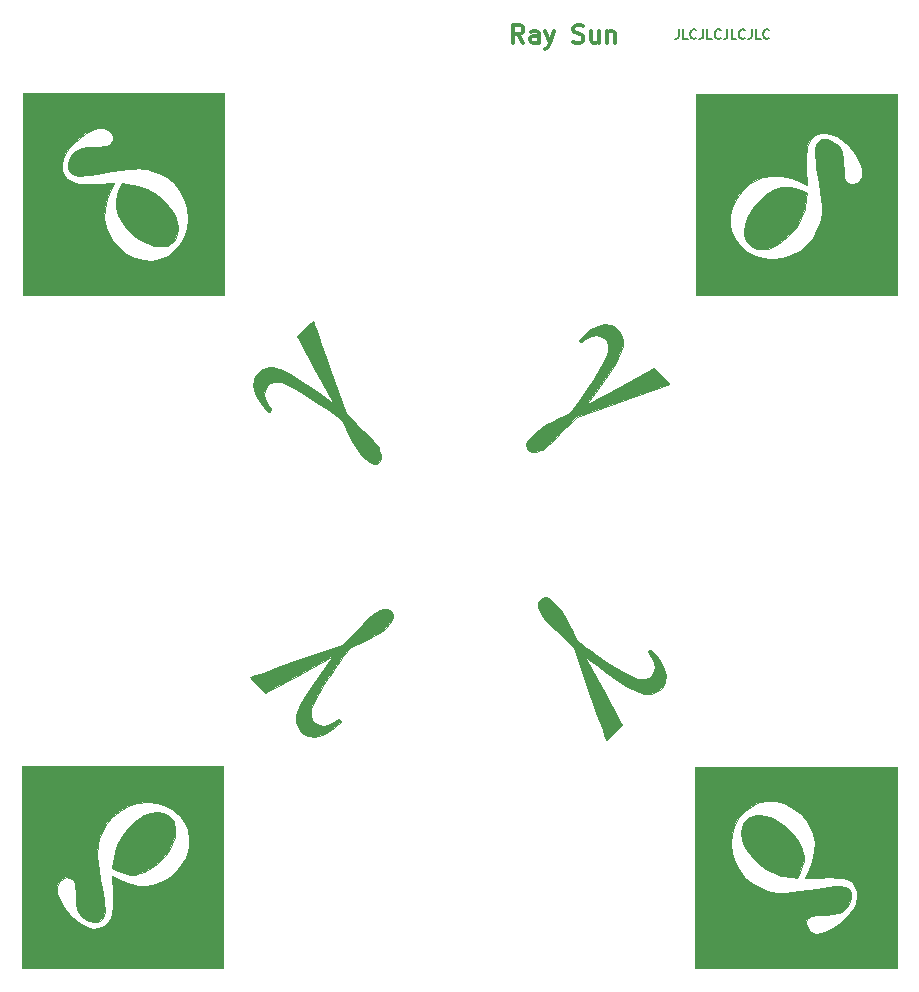
<source format=gto>
%MOIN*%
%OFA0B0*%
%FSLAX46Y46*%
%IPPOS*%
%LPD*%
%ADD10C,0.00039370078740157485*%
%ADD21C,0.00039370078740157485*%
%ADD22C,0.00039370078740157485*%
%ADD23C,0.00039370078740157485*%
%ADD24C,0.0078740157480314977*%
%ADD25C,0.011811023622047244*%
D10*
G36*
X0000861279Y0003124502D02*
G01*
X0000896358Y0003118366D01*
X0000927312Y0003107570D01*
X0000955231Y0003091606D01*
X0000981207Y0003069964D01*
X0000984020Y0003067188D01*
X0001004437Y0003043861D01*
X0001019182Y0003020707D01*
X0001028137Y0002998153D01*
X0001031184Y0002976626D01*
X0001028204Y0002956552D01*
X0001019404Y0002938816D01*
X0001014282Y0002932345D01*
X0001010519Y0002928845D01*
X0001005635Y0002925936D01*
X0000999385Y0002922023D01*
X0000991573Y0002919020D01*
X0000980113Y0002916801D01*
X0000971797Y0002916072D01*
X0000948936Y0002918267D01*
X0000925439Y0002926103D01*
X0000902233Y0002938741D01*
X0000880246Y0002955339D01*
X0000860406Y0002975058D01*
X0000843641Y0002997059D01*
X0000830878Y0003020502D01*
X0000823045Y0003044547D01*
X0000821776Y0003051893D01*
X0000821924Y0003068253D01*
X0000825813Y0003087218D01*
X0000832864Y0003106318D01*
X0000836036Y0003112698D01*
X0000843397Y0003126398D01*
X0000861279Y0003124502D01*
G37*
X0000861279Y0003124502D02*
X0000896358Y0003118366D01*
X0000927312Y0003107570D01*
X0000955231Y0003091606D01*
X0000981207Y0003069964D01*
X0000984020Y0003067188D01*
X0001004437Y0003043861D01*
X0001019182Y0003020707D01*
X0001028137Y0002998153D01*
X0001031184Y0002976626D01*
X0001028204Y0002956552D01*
X0001019404Y0002938816D01*
X0001014282Y0002932345D01*
X0001010519Y0002928845D01*
X0001005635Y0002925936D01*
X0000999385Y0002922023D01*
X0000991573Y0002919020D01*
X0000980113Y0002916801D01*
X0000971797Y0002916072D01*
X0000948936Y0002918267D01*
X0000925439Y0002926103D01*
X0000902233Y0002938741D01*
X0000880246Y0002955339D01*
X0000860406Y0002975058D01*
X0000843641Y0002997059D01*
X0000830878Y0003020502D01*
X0000823045Y0003044547D01*
X0000821776Y0003051893D01*
X0000821924Y0003068253D01*
X0000825813Y0003087218D01*
X0000832864Y0003106318D01*
X0000836036Y0003112698D01*
X0000843397Y0003126398D01*
X0000861279Y0003124502D01*
G36*
X0000847972Y0003427280D02*
G01*
X0001183847Y0003427268D01*
X0001183835Y0003091392D01*
X0001183823Y0002755517D01*
X0000847947Y0002755529D01*
X0000674081Y0002755535D01*
X0000831752Y0002913205D01*
X0000853168Y0002895548D01*
X0000876269Y0002881623D01*
X0000888150Y0002876454D01*
X0000915626Y0002869604D01*
X0000943182Y0002869025D01*
X0000969935Y0002874393D01*
X0000995001Y0002885381D01*
X0001017497Y0002901665D01*
X0001036541Y0002922919D01*
X0001043564Y0002933701D01*
X0001054073Y0002955493D01*
X0001060229Y0002978446D01*
X0001062539Y0003004640D01*
X0001062574Y0003011918D01*
X0001059155Y0003044002D01*
X0001049831Y0003074228D01*
X0001035138Y0003101825D01*
X0001015614Y0003126021D01*
X0000991793Y0003146044D01*
X0000964214Y0003161122D01*
X0000956898Y0003163990D01*
X0000942261Y0003168909D01*
X0000928337Y0003172546D01*
X0000914217Y0003174889D01*
X0000898988Y0003175924D01*
X0000881740Y0003175638D01*
X0000861562Y0003174018D01*
X0000837543Y0003171051D01*
X0000808772Y0003166724D01*
X0000776517Y0003161394D01*
X0000755944Y0003158084D01*
X0000736629Y0003155312D01*
X0000719930Y0003153245D01*
X0000707204Y0003152054D01*
X0000700240Y0003151872D01*
X0000683460Y0003155446D01*
X0000671466Y0003163201D01*
X0000664541Y0003174400D01*
X0000662970Y0003188307D01*
X0000667035Y0003204184D01*
X0000674738Y0003218107D01*
X0000684314Y0003229884D01*
X0000695181Y0003238218D01*
X0000708666Y0003243652D01*
X0000726094Y0003246727D01*
X0000747730Y0003247964D01*
X0000767470Y0003248624D01*
X0000781800Y0003249720D01*
X0000791970Y0003251507D01*
X0000799235Y0003254238D01*
X0000804845Y0003258166D01*
X0000806664Y0003259884D01*
X0000812237Y0003269543D01*
X0000812567Y0003280672D01*
X0000808413Y0003291850D01*
X0000800540Y0003301655D01*
X0000789708Y0003308665D01*
X0000779073Y0003311338D01*
X0000762142Y0003309892D01*
X0000743093Y0003303439D01*
X0000723024Y0003292810D01*
X0000703035Y0003278838D01*
X0000684222Y0003262355D01*
X0000667687Y0003244191D01*
X0000654526Y0003225180D01*
X0000648035Y0003212119D01*
X0000642365Y0003191101D01*
X0000642920Y0003171778D01*
X0000649379Y0003154804D01*
X0000661419Y0003140834D01*
X0000678720Y0003130520D01*
X0000690013Y0003126734D01*
X0000698434Y0003125513D01*
X0000712001Y0003124676D01*
X0000729199Y0003124270D01*
X0000748516Y0003124339D01*
X0000760764Y0003124636D01*
X0000816571Y0003126450D01*
X0000806426Y0003106482D01*
X0000792758Y0003073490D01*
X0000785563Y0003041221D01*
X0000784832Y0003009900D01*
X0000790553Y0002979753D01*
X0000802717Y0002951009D01*
X0000814330Y0002932830D01*
X0000831752Y0002913205D01*
X0000674081Y0002755535D01*
X0000512071Y0002755541D01*
X0000512083Y0003091417D01*
X0000512096Y0003427293D01*
X0000847972Y0003427280D01*
G37*
X0000847972Y0003427280D02*
X0001183847Y0003427268D01*
X0001183835Y0003091392D01*
X0001183823Y0002755517D01*
X0000847947Y0002755529D01*
X0000674081Y0002755535D01*
X0000831752Y0002913205D01*
X0000853168Y0002895548D01*
X0000876269Y0002881623D01*
X0000888150Y0002876454D01*
X0000915626Y0002869604D01*
X0000943182Y0002869025D01*
X0000969935Y0002874393D01*
X0000995001Y0002885381D01*
X0001017497Y0002901665D01*
X0001036541Y0002922919D01*
X0001043564Y0002933701D01*
X0001054073Y0002955493D01*
X0001060229Y0002978446D01*
X0001062539Y0003004640D01*
X0001062574Y0003011918D01*
X0001059155Y0003044002D01*
X0001049831Y0003074228D01*
X0001035138Y0003101825D01*
X0001015614Y0003126021D01*
X0000991793Y0003146044D01*
X0000964214Y0003161122D01*
X0000956898Y0003163990D01*
X0000942261Y0003168909D01*
X0000928337Y0003172546D01*
X0000914217Y0003174889D01*
X0000898988Y0003175924D01*
X0000881740Y0003175638D01*
X0000861562Y0003174018D01*
X0000837543Y0003171051D01*
X0000808772Y0003166724D01*
X0000776517Y0003161394D01*
X0000755944Y0003158084D01*
X0000736629Y0003155312D01*
X0000719930Y0003153245D01*
X0000707204Y0003152054D01*
X0000700240Y0003151872D01*
X0000683460Y0003155446D01*
X0000671466Y0003163201D01*
X0000664541Y0003174400D01*
X0000662970Y0003188307D01*
X0000667035Y0003204184D01*
X0000674738Y0003218107D01*
X0000684314Y0003229884D01*
X0000695181Y0003238218D01*
X0000708666Y0003243652D01*
X0000726094Y0003246727D01*
X0000747730Y0003247964D01*
X0000767470Y0003248624D01*
X0000781800Y0003249720D01*
X0000791970Y0003251507D01*
X0000799235Y0003254238D01*
X0000804845Y0003258166D01*
X0000806664Y0003259884D01*
X0000812237Y0003269543D01*
X0000812567Y0003280672D01*
X0000808413Y0003291850D01*
X0000800540Y0003301655D01*
X0000789708Y0003308665D01*
X0000779073Y0003311338D01*
X0000762142Y0003309892D01*
X0000743093Y0003303439D01*
X0000723024Y0003292810D01*
X0000703035Y0003278838D01*
X0000684222Y0003262355D01*
X0000667687Y0003244191D01*
X0000654526Y0003225180D01*
X0000648035Y0003212119D01*
X0000642365Y0003191101D01*
X0000642920Y0003171778D01*
X0000649379Y0003154804D01*
X0000661419Y0003140834D01*
X0000678720Y0003130520D01*
X0000690013Y0003126734D01*
X0000698434Y0003125513D01*
X0000712001Y0003124676D01*
X0000729199Y0003124270D01*
X0000748516Y0003124339D01*
X0000760764Y0003124636D01*
X0000816571Y0003126450D01*
X0000806426Y0003106482D01*
X0000792758Y0003073490D01*
X0000785563Y0003041221D01*
X0000784832Y0003009900D01*
X0000790553Y0002979753D01*
X0000802717Y0002951009D01*
X0000814330Y0002932830D01*
X0000831752Y0002913205D01*
X0000674081Y0002755535D01*
X0000512071Y0002755541D01*
X0000512083Y0003091417D01*
X0000512096Y0003427293D01*
X0000847972Y0003427280D01*
G36*
X0001313589Y0002507172D02*
G01*
X0001331550Y0002512730D01*
X0001350943Y0002512799D01*
X0001353417Y0002512386D01*
X0001370908Y0002507100D01*
X0001392898Y0002496946D01*
X0001419351Y0002481945D01*
X0001450234Y0002462117D01*
X0001485512Y0002437482D01*
X0001508449Y0002420644D01*
X0001550035Y0002389630D01*
X0001488142Y0002502868D01*
X0001426250Y0002616106D01*
X0001453028Y0002642885D01*
X0001464600Y0002654352D01*
X0001472370Y0002661646D01*
X0001477182Y0002665370D01*
X0001479886Y0002666127D01*
X0001481326Y0002664521D01*
X0001481740Y0002663347D01*
X0001483216Y0002658999D01*
X0001486690Y0002649016D01*
X0001491933Y0002634045D01*
X0001498716Y0002614734D01*
X0001506813Y0002591732D01*
X0001515995Y0002565687D01*
X0001526034Y0002537248D01*
X0001536010Y0002509020D01*
X0001588347Y0002361011D01*
X0001641181Y0002307778D01*
X0001658921Y0002289805D01*
X0001672537Y0002275733D01*
X0001682678Y0002264811D01*
X0001689998Y0002256290D01*
X0001695148Y0002249420D01*
X0001698779Y0002243451D01*
X0001700924Y0002239055D01*
X0001706289Y0002222345D01*
X0001705915Y0002208797D01*
X0001699738Y0002198071D01*
X0001691878Y0002192032D01*
X0001682887Y0002190440D01*
X0001671688Y0002194218D01*
X0001658997Y0002202747D01*
X0001645530Y0002215406D01*
X0001632006Y0002231575D01*
X0001619141Y0002250634D01*
X0001614176Y0002259227D01*
X0001605926Y0002275007D01*
X0001597588Y0002292262D01*
X0001590748Y0002307685D01*
X0001589777Y0002310065D01*
X0001586688Y0002317749D01*
X0001583825Y0002324121D01*
X0001580545Y0002329755D01*
X0001576204Y0002335222D01*
X0001570159Y0002341094D01*
X0001561767Y0002347942D01*
X0001550386Y0002356339D01*
X0001535371Y0002366856D01*
X0001516080Y0002380066D01*
X0001494683Y0002394626D01*
X0001462848Y0002415715D01*
X0001434508Y0002433310D01*
X0001410012Y0002447219D01*
X0001389708Y0002457249D01*
X0001373944Y0002463208D01*
X0001368276Y0002464535D01*
X0001351757Y0002464475D01*
X0001337425Y0002459168D01*
X0001326230Y0002449651D01*
X0001319121Y0002436958D01*
X0001317049Y0002422126D01*
X0001319126Y0002410958D01*
X0001324021Y0002399591D01*
X0001330878Y0002387724D01*
X0001332929Y0002384789D01*
X0001338453Y0002376425D01*
X0001339841Y0002371127D01*
X0001337620Y0002367199D01*
X0001334996Y0002365177D01*
X0001332147Y0002365386D01*
X0001327968Y0002368596D01*
X0001321351Y0002375575D01*
X0001314661Y0002383130D01*
X0001296994Y0002406433D01*
X0001285795Y0002428692D01*
X0001281081Y0002449836D01*
X0001282873Y0002469795D01*
X0001287570Y0002482167D01*
X0001298462Y0002496770D01*
X0001313589Y0002507172D01*
G37*
X0001313589Y0002507172D02*
X0001331550Y0002512730D01*
X0001350943Y0002512799D01*
X0001353417Y0002512386D01*
X0001370908Y0002507100D01*
X0001392898Y0002496946D01*
X0001419351Y0002481945D01*
X0001450234Y0002462117D01*
X0001485512Y0002437482D01*
X0001508449Y0002420644D01*
X0001550035Y0002389630D01*
X0001488142Y0002502868D01*
X0001426250Y0002616106D01*
X0001453028Y0002642885D01*
X0001464600Y0002654352D01*
X0001472370Y0002661646D01*
X0001477182Y0002665370D01*
X0001479886Y0002666127D01*
X0001481326Y0002664521D01*
X0001481740Y0002663347D01*
X0001483216Y0002658999D01*
X0001486690Y0002649016D01*
X0001491933Y0002634045D01*
X0001498716Y0002614734D01*
X0001506813Y0002591732D01*
X0001515995Y0002565687D01*
X0001526034Y0002537248D01*
X0001536010Y0002509020D01*
X0001588347Y0002361011D01*
X0001641181Y0002307778D01*
X0001658921Y0002289805D01*
X0001672537Y0002275733D01*
X0001682678Y0002264811D01*
X0001689998Y0002256290D01*
X0001695148Y0002249420D01*
X0001698779Y0002243451D01*
X0001700924Y0002239055D01*
X0001706289Y0002222345D01*
X0001705915Y0002208797D01*
X0001699738Y0002198071D01*
X0001691878Y0002192032D01*
X0001682887Y0002190440D01*
X0001671688Y0002194218D01*
X0001658997Y0002202747D01*
X0001645530Y0002215406D01*
X0001632006Y0002231575D01*
X0001619141Y0002250634D01*
X0001614176Y0002259227D01*
X0001605926Y0002275007D01*
X0001597588Y0002292262D01*
X0001590748Y0002307685D01*
X0001589777Y0002310065D01*
X0001586688Y0002317749D01*
X0001583825Y0002324121D01*
X0001580545Y0002329755D01*
X0001576204Y0002335222D01*
X0001570159Y0002341094D01*
X0001561767Y0002347942D01*
X0001550386Y0002356339D01*
X0001535371Y0002366856D01*
X0001516080Y0002380066D01*
X0001494683Y0002394626D01*
X0001462848Y0002415715D01*
X0001434508Y0002433310D01*
X0001410012Y0002447219D01*
X0001389708Y0002457249D01*
X0001373944Y0002463208D01*
X0001368276Y0002464535D01*
X0001351757Y0002464475D01*
X0001337425Y0002459168D01*
X0001326230Y0002449651D01*
X0001319121Y0002436958D01*
X0001317049Y0002422126D01*
X0001319126Y0002410958D01*
X0001324021Y0002399591D01*
X0001330878Y0002387724D01*
X0001332929Y0002384789D01*
X0001338453Y0002376425D01*
X0001339841Y0002371127D01*
X0001337620Y0002367199D01*
X0001334996Y0002365177D01*
X0001332147Y0002365386D01*
X0001327968Y0002368596D01*
X0001321351Y0002375575D01*
X0001314661Y0002383130D01*
X0001296994Y0002406433D01*
X0001285795Y0002428692D01*
X0001281081Y0002449836D01*
X0001282873Y0002469795D01*
X0001287570Y0002482167D01*
X0001298462Y0002496770D01*
X0001313589Y0002507172D01*
G04 next file*
G04 #@! TF.GenerationSoftware,KiCad,Pcbnew,(5.1.5)-3*
G04 #@! TF.CreationDate,2019-12-21T12:13:31-08:00*
G04 #@! TF.ProjectId,mole-diamond-keychain,6d6f6c65-2d64-4696-916d-6f6e642d6b65,A*
G04 #@! TF.SameCoordinates,Original*
G04 #@! TF.FileFunction,Legend,Top*
G04 #@! TF.FilePolarity,Positive*
G04 Gerber Fmt 4.6, Leading zero omitted, Abs format (unit mm)*
G04 Created by KiCad (PCBNEW (5.1.5)-3) date 2019-12-21 12:13:31*
G04 APERTURE LIST*
G04 APERTURE END LIST*
D21*
G36*
X0000812505Y0000861279D02*
G01*
X0000818641Y0000896358D01*
X0000829436Y0000927312D01*
X0000845400Y0000955231D01*
X0000867043Y0000981207D01*
X0000869819Y0000984020D01*
X0000893145Y0001004437D01*
X0000916299Y0001019182D01*
X0000938854Y0001028137D01*
X0000960381Y0001031184D01*
X0000980454Y0001028204D01*
X0000998191Y0001019404D01*
X0001004662Y0001014282D01*
X0001008162Y0001010519D01*
X0001011071Y0001005635D01*
X0001014984Y0000999385D01*
X0001017987Y0000991573D01*
X0001020206Y0000980113D01*
X0001020935Y0000971797D01*
X0001018739Y0000948936D01*
X0001010903Y0000925439D01*
X0000998266Y0000902233D01*
X0000981668Y0000880246D01*
X0000961948Y0000860406D01*
X0000939947Y0000843641D01*
X0000916505Y0000830878D01*
X0000892460Y0000823045D01*
X0000885114Y0000821776D01*
X0000868754Y0000821924D01*
X0000849789Y0000825813D01*
X0000830689Y0000832864D01*
X0000824309Y0000836036D01*
X0000810609Y0000843397D01*
X0000812505Y0000861279D01*
G37*
X0000812505Y0000861279D02*
X0000818641Y0000896358D01*
X0000829436Y0000927312D01*
X0000845400Y0000955231D01*
X0000867043Y0000981207D01*
X0000869819Y0000984020D01*
X0000893145Y0001004437D01*
X0000916299Y0001019182D01*
X0000938854Y0001028137D01*
X0000960381Y0001031184D01*
X0000980454Y0001028204D01*
X0000998191Y0001019404D01*
X0001004662Y0001014282D01*
X0001008162Y0001010519D01*
X0001011071Y0001005635D01*
X0001014984Y0000999385D01*
X0001017987Y0000991573D01*
X0001020206Y0000980113D01*
X0001020935Y0000971797D01*
X0001018739Y0000948936D01*
X0001010903Y0000925439D01*
X0000998266Y0000902233D01*
X0000981668Y0000880246D01*
X0000961948Y0000860406D01*
X0000939947Y0000843641D01*
X0000916505Y0000830878D01*
X0000892460Y0000823045D01*
X0000885114Y0000821776D01*
X0000868754Y0000821924D01*
X0000849789Y0000825813D01*
X0000830689Y0000832864D01*
X0000824309Y0000836036D01*
X0000810609Y0000843397D01*
X0000812505Y0000861279D01*
G36*
X0000509726Y0000847972D02*
G01*
X0000509739Y0001183847D01*
X0000845615Y0001183835D01*
X0001181490Y0001183823D01*
X0001181478Y0000847947D01*
X0001181472Y0000674081D01*
X0001023802Y0000831752D01*
X0001041459Y0000853168D01*
X0001055384Y0000876269D01*
X0001060553Y0000888150D01*
X0001067403Y0000915626D01*
X0001067982Y0000943182D01*
X0001062614Y0000969935D01*
X0001051626Y0000995001D01*
X0001035342Y0001017497D01*
X0001014088Y0001036541D01*
X0001003306Y0001043564D01*
X0000981514Y0001054073D01*
X0000958561Y0001060229D01*
X0000932367Y0001062539D01*
X0000925089Y0001062574D01*
X0000893005Y0001059155D01*
X0000862778Y0001049831D01*
X0000835181Y0001035138D01*
X0000810986Y0001015614D01*
X0000790963Y0000991793D01*
X0000775885Y0000964214D01*
X0000773017Y0000956898D01*
X0000768098Y0000942261D01*
X0000764460Y0000928337D01*
X0000762118Y0000914217D01*
X0000761083Y0000898988D01*
X0000761369Y0000881740D01*
X0000762989Y0000861562D01*
X0000765956Y0000837543D01*
X0000770283Y0000808772D01*
X0000775613Y0000776517D01*
X0000778922Y0000755944D01*
X0000781695Y0000736629D01*
X0000783762Y0000719930D01*
X0000784953Y0000707204D01*
X0000785135Y0000700240D01*
X0000781560Y0000683460D01*
X0000773805Y0000671466D01*
X0000762607Y0000664541D01*
X0000748700Y0000662970D01*
X0000732823Y0000667035D01*
X0000718900Y0000674738D01*
X0000707123Y0000684314D01*
X0000698789Y0000695181D01*
X0000693355Y0000708666D01*
X0000690279Y0000726094D01*
X0000689042Y0000747730D01*
X0000688383Y0000767470D01*
X0000687286Y0000781800D01*
X0000685499Y0000791970D01*
X0000682769Y0000799235D01*
X0000678841Y0000804845D01*
X0000677123Y0000806664D01*
X0000667464Y0000812237D01*
X0000656335Y0000812567D01*
X0000645157Y0000808413D01*
X0000635352Y0000800540D01*
X0000628342Y0000789708D01*
X0000625669Y0000779073D01*
X0000627115Y0000762142D01*
X0000633568Y0000743093D01*
X0000644197Y0000723024D01*
X0000658169Y0000703035D01*
X0000674652Y0000684222D01*
X0000692816Y0000667687D01*
X0000711827Y0000654526D01*
X0000724888Y0000648035D01*
X0000745906Y0000642365D01*
X0000765229Y0000642920D01*
X0000782203Y0000649379D01*
X0000796173Y0000661419D01*
X0000806487Y0000678720D01*
X0000810273Y0000690013D01*
X0000811494Y0000698434D01*
X0000812331Y0000712001D01*
X0000812737Y0000729199D01*
X0000812668Y0000748516D01*
X0000812371Y0000760764D01*
X0000810557Y0000816571D01*
X0000830525Y0000806426D01*
X0000863516Y0000792758D01*
X0000895786Y0000785563D01*
X0000927107Y0000784832D01*
X0000957254Y0000790553D01*
X0000985998Y0000802717D01*
X0001004177Y0000814330D01*
X0001023802Y0000831752D01*
X0001181472Y0000674081D01*
X0001181466Y0000512071D01*
X0000845590Y0000512083D01*
X0000509714Y0000512096D01*
X0000509726Y0000847972D01*
G37*
X0000509726Y0000847972D02*
X0000509739Y0001183847D01*
X0000845615Y0001183835D01*
X0001181490Y0001183823D01*
X0001181478Y0000847947D01*
X0001181472Y0000674081D01*
X0001023802Y0000831752D01*
X0001041459Y0000853168D01*
X0001055384Y0000876269D01*
X0001060553Y0000888150D01*
X0001067403Y0000915626D01*
X0001067982Y0000943182D01*
X0001062614Y0000969935D01*
X0001051626Y0000995001D01*
X0001035342Y0001017497D01*
X0001014088Y0001036541D01*
X0001003306Y0001043564D01*
X0000981514Y0001054073D01*
X0000958561Y0001060229D01*
X0000932367Y0001062539D01*
X0000925089Y0001062574D01*
X0000893005Y0001059155D01*
X0000862778Y0001049831D01*
X0000835181Y0001035138D01*
X0000810986Y0001015614D01*
X0000790963Y0000991793D01*
X0000775885Y0000964214D01*
X0000773017Y0000956898D01*
X0000768098Y0000942261D01*
X0000764460Y0000928337D01*
X0000762118Y0000914217D01*
X0000761083Y0000898988D01*
X0000761369Y0000881740D01*
X0000762989Y0000861562D01*
X0000765956Y0000837543D01*
X0000770283Y0000808772D01*
X0000775613Y0000776517D01*
X0000778922Y0000755944D01*
X0000781695Y0000736629D01*
X0000783762Y0000719930D01*
X0000784953Y0000707204D01*
X0000785135Y0000700240D01*
X0000781560Y0000683460D01*
X0000773805Y0000671466D01*
X0000762607Y0000664541D01*
X0000748700Y0000662970D01*
X0000732823Y0000667035D01*
X0000718900Y0000674738D01*
X0000707123Y0000684314D01*
X0000698789Y0000695181D01*
X0000693355Y0000708666D01*
X0000690279Y0000726094D01*
X0000689042Y0000747730D01*
X0000688383Y0000767470D01*
X0000687286Y0000781800D01*
X0000685499Y0000791970D01*
X0000682769Y0000799235D01*
X0000678841Y0000804845D01*
X0000677123Y0000806664D01*
X0000667464Y0000812237D01*
X0000656335Y0000812567D01*
X0000645157Y0000808413D01*
X0000635352Y0000800540D01*
X0000628342Y0000789708D01*
X0000625669Y0000779073D01*
X0000627115Y0000762142D01*
X0000633568Y0000743093D01*
X0000644197Y0000723024D01*
X0000658169Y0000703035D01*
X0000674652Y0000684222D01*
X0000692816Y0000667687D01*
X0000711827Y0000654526D01*
X0000724888Y0000648035D01*
X0000745906Y0000642365D01*
X0000765229Y0000642920D01*
X0000782203Y0000649379D01*
X0000796173Y0000661419D01*
X0000806487Y0000678720D01*
X0000810273Y0000690013D01*
X0000811494Y0000698434D01*
X0000812331Y0000712001D01*
X0000812737Y0000729199D01*
X0000812668Y0000748516D01*
X0000812371Y0000760764D01*
X0000810557Y0000816571D01*
X0000830525Y0000806426D01*
X0000863516Y0000792758D01*
X0000895786Y0000785563D01*
X0000927107Y0000784832D01*
X0000957254Y0000790553D01*
X0000985998Y0000802717D01*
X0001004177Y0000814330D01*
X0001023802Y0000831752D01*
X0001181472Y0000674081D01*
X0001181466Y0000512071D01*
X0000845590Y0000512083D01*
X0000509714Y0000512096D01*
X0000509726Y0000847972D01*
G36*
X0001429834Y0001313589D02*
G01*
X0001424277Y0001331550D01*
X0001424208Y0001350943D01*
X0001424621Y0001353417D01*
X0001429907Y0001370908D01*
X0001440060Y0001392898D01*
X0001455062Y0001419351D01*
X0001474890Y0001450234D01*
X0001499525Y0001485512D01*
X0001516362Y0001508449D01*
X0001547377Y0001550035D01*
X0001434139Y0001488142D01*
X0001320901Y0001426250D01*
X0001294122Y0001453028D01*
X0001282654Y0001464600D01*
X0001275360Y0001472370D01*
X0001271637Y0001477182D01*
X0001270880Y0001479886D01*
X0001272486Y0001481326D01*
X0001273660Y0001481740D01*
X0001278007Y0001483216D01*
X0001287991Y0001486690D01*
X0001302962Y0001491933D01*
X0001322273Y0001498716D01*
X0001345275Y0001506813D01*
X0001371319Y0001515995D01*
X0001399759Y0001526034D01*
X0001427986Y0001536010D01*
X0001575996Y0001588347D01*
X0001629229Y0001641181D01*
X0001647201Y0001658921D01*
X0001661274Y0001672537D01*
X0001672195Y0001682678D01*
X0001680717Y0001689998D01*
X0001687587Y0001695148D01*
X0001693556Y0001698779D01*
X0001697952Y0001700924D01*
X0001714662Y0001706289D01*
X0001728210Y0001705915D01*
X0001738936Y0001699738D01*
X0001744975Y0001691878D01*
X0001746567Y0001682887D01*
X0001742788Y0001671688D01*
X0001734260Y0001658997D01*
X0001721601Y0001645530D01*
X0001705432Y0001632006D01*
X0001686372Y0001619141D01*
X0001677780Y0001614176D01*
X0001662000Y0001605926D01*
X0001644745Y0001597588D01*
X0001629322Y0001590748D01*
X0001626942Y0001589777D01*
X0001619258Y0001586688D01*
X0001612885Y0001583825D01*
X0001607252Y0001580545D01*
X0001601785Y0001576204D01*
X0001595913Y0001570159D01*
X0001589065Y0001561767D01*
X0001580668Y0001550386D01*
X0001570150Y0001535371D01*
X0001556941Y0001516080D01*
X0001542381Y0001494683D01*
X0001521292Y0001462848D01*
X0001503697Y0001434508D01*
X0001489788Y0001410012D01*
X0001479758Y0001389708D01*
X0001473799Y0001373944D01*
X0001472472Y0001368276D01*
X0001472532Y0001351757D01*
X0001477838Y0001337425D01*
X0001487356Y0001326230D01*
X0001500049Y0001319121D01*
X0001514881Y0001317049D01*
X0001526049Y0001319126D01*
X0001537416Y0001324021D01*
X0001549282Y0001330878D01*
X0001552218Y0001332929D01*
X0001560582Y0001338453D01*
X0001565879Y0001339841D01*
X0001569808Y0001337620D01*
X0001571830Y0001334996D01*
X0001571620Y0001332147D01*
X0001568410Y0001327968D01*
X0001561432Y0001321351D01*
X0001553877Y0001314661D01*
X0001530574Y0001296994D01*
X0001508315Y0001285795D01*
X0001487171Y0001281081D01*
X0001467212Y0001282873D01*
X0001454840Y0001287570D01*
X0001440236Y0001298462D01*
X0001429834Y0001313589D01*
G37*
X0001429834Y0001313589D02*
X0001424277Y0001331550D01*
X0001424208Y0001350943D01*
X0001424621Y0001353417D01*
X0001429907Y0001370908D01*
X0001440060Y0001392898D01*
X0001455062Y0001419351D01*
X0001474890Y0001450234D01*
X0001499525Y0001485512D01*
X0001516362Y0001508449D01*
X0001547377Y0001550035D01*
X0001434139Y0001488142D01*
X0001320901Y0001426250D01*
X0001294122Y0001453028D01*
X0001282654Y0001464600D01*
X0001275360Y0001472370D01*
X0001271637Y0001477182D01*
X0001270880Y0001479886D01*
X0001272486Y0001481326D01*
X0001273660Y0001481740D01*
X0001278007Y0001483216D01*
X0001287991Y0001486690D01*
X0001302962Y0001491933D01*
X0001322273Y0001498716D01*
X0001345275Y0001506813D01*
X0001371319Y0001515995D01*
X0001399759Y0001526034D01*
X0001427986Y0001536010D01*
X0001575996Y0001588347D01*
X0001629229Y0001641181D01*
X0001647201Y0001658921D01*
X0001661274Y0001672537D01*
X0001672195Y0001682678D01*
X0001680717Y0001689998D01*
X0001687587Y0001695148D01*
X0001693556Y0001698779D01*
X0001697952Y0001700924D01*
X0001714662Y0001706289D01*
X0001728210Y0001705915D01*
X0001738936Y0001699738D01*
X0001744975Y0001691878D01*
X0001746567Y0001682887D01*
X0001742788Y0001671688D01*
X0001734260Y0001658997D01*
X0001721601Y0001645530D01*
X0001705432Y0001632006D01*
X0001686372Y0001619141D01*
X0001677780Y0001614176D01*
X0001662000Y0001605926D01*
X0001644745Y0001597588D01*
X0001629322Y0001590748D01*
X0001626942Y0001589777D01*
X0001619258Y0001586688D01*
X0001612885Y0001583825D01*
X0001607252Y0001580545D01*
X0001601785Y0001576204D01*
X0001595913Y0001570159D01*
X0001589065Y0001561767D01*
X0001580668Y0001550386D01*
X0001570150Y0001535371D01*
X0001556941Y0001516080D01*
X0001542381Y0001494683D01*
X0001521292Y0001462848D01*
X0001503697Y0001434508D01*
X0001489788Y0001410012D01*
X0001479758Y0001389708D01*
X0001473799Y0001373944D01*
X0001472472Y0001368276D01*
X0001472532Y0001351757D01*
X0001477838Y0001337425D01*
X0001487356Y0001326230D01*
X0001500049Y0001319121D01*
X0001514881Y0001317049D01*
X0001526049Y0001319126D01*
X0001537416Y0001324021D01*
X0001549282Y0001330878D01*
X0001552218Y0001332929D01*
X0001560582Y0001338453D01*
X0001565879Y0001339841D01*
X0001569808Y0001337620D01*
X0001571830Y0001334996D01*
X0001571620Y0001332147D01*
X0001568410Y0001327968D01*
X0001561432Y0001321351D01*
X0001553877Y0001314661D01*
X0001530574Y0001296994D01*
X0001508315Y0001285795D01*
X0001487171Y0001281081D01*
X0001467212Y0001282873D01*
X0001454840Y0001287570D01*
X0001440236Y0001298462D01*
X0001429834Y0001313589D01*
G04 next file*
G04 #@! TF.GenerationSoftware,KiCad,Pcbnew,(5.1.5)-3*
G04 #@! TF.CreationDate,2019-12-21T12:13:31-08:00*
G04 #@! TF.ProjectId,mole-diamond-keychain,6d6f6c65-2d64-4696-916d-6f6e642d6b65,A*
G04 #@! TF.SameCoordinates,Original*
G04 #@! TF.FileFunction,Legend,Top*
G04 #@! TF.FilePolarity,Positive*
G04 Gerber Fmt 4.6, Leading zero omitted, Abs format (unit mm)*
G04 Created by KiCad (PCBNEW (5.1.5)-3) date 2019-12-21 12:13:31*
G04 APERTURE LIST*
G04 APERTURE END LIST*
D22*
G36*
X0003075728Y0000812505D02*
G01*
X0003040648Y0000818641D01*
X0003009695Y0000829436D01*
X0002981776Y0000845400D01*
X0002955799Y0000867043D01*
X0002952987Y0000869819D01*
X0002932569Y0000893145D01*
X0002917825Y0000916299D01*
X0002908870Y0000938854D01*
X0002905823Y0000960381D01*
X0002908803Y0000980454D01*
X0002917603Y0000998191D01*
X0002922724Y0001004662D01*
X0002926488Y0001008162D01*
X0002931372Y0001011071D01*
X0002937622Y0001014984D01*
X0002945434Y0001017987D01*
X0002956894Y0001020206D01*
X0002965210Y0001020935D01*
X0002988071Y0001018739D01*
X0003011568Y0001010903D01*
X0003034774Y0000998266D01*
X0003056761Y0000981668D01*
X0003076600Y0000961948D01*
X0003093366Y0000939947D01*
X0003106129Y0000916505D01*
X0003113962Y0000892460D01*
X0003115231Y0000885114D01*
X0003115083Y0000868754D01*
X0003111194Y0000849789D01*
X0003104143Y0000830689D01*
X0003100971Y0000824309D01*
X0003093610Y0000810609D01*
X0003075728Y0000812505D01*
G37*
X0003075728Y0000812505D02*
X0003040648Y0000818641D01*
X0003009695Y0000829436D01*
X0002981776Y0000845400D01*
X0002955799Y0000867043D01*
X0002952987Y0000869819D01*
X0002932569Y0000893145D01*
X0002917825Y0000916299D01*
X0002908870Y0000938854D01*
X0002905823Y0000960381D01*
X0002908803Y0000980454D01*
X0002917603Y0000998191D01*
X0002922724Y0001004662D01*
X0002926488Y0001008162D01*
X0002931372Y0001011071D01*
X0002937622Y0001014984D01*
X0002945434Y0001017987D01*
X0002956894Y0001020206D01*
X0002965210Y0001020935D01*
X0002988071Y0001018739D01*
X0003011568Y0001010903D01*
X0003034774Y0000998266D01*
X0003056761Y0000981668D01*
X0003076600Y0000961948D01*
X0003093366Y0000939947D01*
X0003106129Y0000916505D01*
X0003113962Y0000892460D01*
X0003115231Y0000885114D01*
X0003115083Y0000868754D01*
X0003111194Y0000849789D01*
X0003104143Y0000830689D01*
X0003100971Y0000824309D01*
X0003093610Y0000810609D01*
X0003075728Y0000812505D01*
G36*
X0003089035Y0000509726D02*
G01*
X0002753160Y0000509739D01*
X0002753172Y0000845615D01*
X0002753184Y0001181490D01*
X0003089060Y0001181478D01*
X0003262925Y0001181472D01*
X0003105255Y0001023802D01*
X0003083839Y0001041459D01*
X0003060738Y0001055384D01*
X0003048857Y0001060553D01*
X0003021381Y0001067403D01*
X0002993825Y0001067982D01*
X0002967072Y0001062614D01*
X0002942006Y0001051626D01*
X0002919510Y0001035342D01*
X0002900466Y0001014088D01*
X0002893443Y0001003306D01*
X0002882934Y0000981514D01*
X0002876778Y0000958561D01*
X0002874468Y0000932367D01*
X0002874433Y0000925089D01*
X0002877852Y0000893005D01*
X0002887176Y0000862778D01*
X0002901869Y0000835181D01*
X0002921393Y0000810986D01*
X0002945213Y0000790963D01*
X0002972793Y0000775885D01*
X0002980109Y0000773017D01*
X0002994746Y0000768098D01*
X0003008670Y0000764460D01*
X0003022790Y0000762118D01*
X0003038019Y0000761083D01*
X0003055266Y0000761369D01*
X0003075444Y0000762989D01*
X0003099463Y0000765956D01*
X0003128235Y0000770283D01*
X0003160490Y0000775613D01*
X0003181063Y0000778922D01*
X0003200378Y0000781695D01*
X0003217076Y0000783762D01*
X0003229803Y0000784953D01*
X0003236766Y0000785135D01*
X0003253547Y0000781560D01*
X0003265541Y0000773805D01*
X0003272465Y0000762607D01*
X0003274037Y0000748700D01*
X0003269972Y0000732823D01*
X0003262269Y0000718900D01*
X0003252693Y0000707123D01*
X0003241826Y0000698789D01*
X0003228341Y0000693355D01*
X0003210913Y0000690279D01*
X0003189277Y0000689042D01*
X0003169536Y0000688383D01*
X0003155207Y0000687286D01*
X0003145037Y0000685499D01*
X0003137772Y0000682769D01*
X0003132162Y0000678841D01*
X0003130343Y0000677123D01*
X0003124769Y0000667464D01*
X0003124440Y0000656335D01*
X0003128594Y0000645157D01*
X0003136467Y0000635352D01*
X0003147299Y0000628342D01*
X0003157934Y0000625669D01*
X0003174865Y0000627115D01*
X0003193914Y0000633568D01*
X0003213983Y0000644197D01*
X0003233972Y0000658169D01*
X0003252784Y0000674652D01*
X0003269320Y0000692816D01*
X0003282481Y0000711827D01*
X0003288972Y0000724888D01*
X0003294642Y0000745906D01*
X0003294087Y0000765229D01*
X0003287628Y0000782203D01*
X0003275588Y0000796173D01*
X0003258287Y0000806487D01*
X0003246994Y0000810273D01*
X0003238573Y0000811494D01*
X0003225006Y0000812331D01*
X0003207808Y0000812737D01*
X0003188491Y0000812668D01*
X0003176243Y0000812371D01*
X0003120436Y0000810557D01*
X0003130581Y0000830525D01*
X0003144249Y0000863516D01*
X0003151443Y0000895786D01*
X0003152175Y0000927107D01*
X0003146454Y0000957254D01*
X0003134290Y0000985998D01*
X0003122676Y0001004177D01*
X0003105255Y0001023802D01*
X0003262925Y0001181472D01*
X0003424936Y0001181466D01*
X0003424923Y0000845590D01*
X0003424911Y0000509714D01*
X0003089035Y0000509726D01*
G37*
X0003089035Y0000509726D02*
X0002753160Y0000509739D01*
X0002753172Y0000845615D01*
X0002753184Y0001181490D01*
X0003089060Y0001181478D01*
X0003262925Y0001181472D01*
X0003105255Y0001023802D01*
X0003083839Y0001041459D01*
X0003060738Y0001055384D01*
X0003048857Y0001060553D01*
X0003021381Y0001067403D01*
X0002993825Y0001067982D01*
X0002967072Y0001062614D01*
X0002942006Y0001051626D01*
X0002919510Y0001035342D01*
X0002900466Y0001014088D01*
X0002893443Y0001003306D01*
X0002882934Y0000981514D01*
X0002876778Y0000958561D01*
X0002874468Y0000932367D01*
X0002874433Y0000925089D01*
X0002877852Y0000893005D01*
X0002887176Y0000862778D01*
X0002901869Y0000835181D01*
X0002921393Y0000810986D01*
X0002945213Y0000790963D01*
X0002972793Y0000775885D01*
X0002980109Y0000773017D01*
X0002994746Y0000768098D01*
X0003008670Y0000764460D01*
X0003022790Y0000762118D01*
X0003038019Y0000761083D01*
X0003055266Y0000761369D01*
X0003075444Y0000762989D01*
X0003099463Y0000765956D01*
X0003128235Y0000770283D01*
X0003160490Y0000775613D01*
X0003181063Y0000778922D01*
X0003200378Y0000781695D01*
X0003217076Y0000783762D01*
X0003229803Y0000784953D01*
X0003236766Y0000785135D01*
X0003253547Y0000781560D01*
X0003265541Y0000773805D01*
X0003272465Y0000762607D01*
X0003274037Y0000748700D01*
X0003269972Y0000732823D01*
X0003262269Y0000718900D01*
X0003252693Y0000707123D01*
X0003241826Y0000698789D01*
X0003228341Y0000693355D01*
X0003210913Y0000690279D01*
X0003189277Y0000689042D01*
X0003169536Y0000688383D01*
X0003155207Y0000687286D01*
X0003145037Y0000685499D01*
X0003137772Y0000682769D01*
X0003132162Y0000678841D01*
X0003130343Y0000677123D01*
X0003124769Y0000667464D01*
X0003124440Y0000656335D01*
X0003128594Y0000645157D01*
X0003136467Y0000635352D01*
X0003147299Y0000628342D01*
X0003157934Y0000625669D01*
X0003174865Y0000627115D01*
X0003193914Y0000633568D01*
X0003213983Y0000644197D01*
X0003233972Y0000658169D01*
X0003252784Y0000674652D01*
X0003269320Y0000692816D01*
X0003282481Y0000711827D01*
X0003288972Y0000724888D01*
X0003294642Y0000745906D01*
X0003294087Y0000765229D01*
X0003287628Y0000782203D01*
X0003275588Y0000796173D01*
X0003258287Y0000806487D01*
X0003246994Y0000810273D01*
X0003238573Y0000811494D01*
X0003225006Y0000812331D01*
X0003207808Y0000812737D01*
X0003188491Y0000812668D01*
X0003176243Y0000812371D01*
X0003120436Y0000810557D01*
X0003130581Y0000830525D01*
X0003144249Y0000863516D01*
X0003151443Y0000895786D01*
X0003152175Y0000927107D01*
X0003146454Y0000957254D01*
X0003134290Y0000985998D01*
X0003122676Y0001004177D01*
X0003105255Y0001023802D01*
X0003262925Y0001181472D01*
X0003424936Y0001181466D01*
X0003424923Y0000845590D01*
X0003424911Y0000509714D01*
X0003089035Y0000509726D01*
G36*
X0002623418Y0001429834D02*
G01*
X0002605457Y0001424277D01*
X0002586064Y0001424208D01*
X0002583590Y0001424621D01*
X0002566099Y0001429907D01*
X0002544109Y0001440060D01*
X0002517656Y0001455062D01*
X0002486773Y0001474890D01*
X0002451495Y0001499525D01*
X0002428558Y0001516362D01*
X0002386972Y0001547377D01*
X0002448865Y0001434139D01*
X0002510757Y0001320901D01*
X0002483978Y0001294122D01*
X0002472406Y0001282654D01*
X0002464637Y0001275360D01*
X0002459825Y0001271637D01*
X0002457121Y0001270880D01*
X0002455681Y0001272486D01*
X0002455267Y0001273660D01*
X0002453790Y0001278007D01*
X0002450317Y0001287991D01*
X0002445074Y0001302962D01*
X0002438291Y0001322273D01*
X0002430194Y0001345275D01*
X0002421012Y0001371319D01*
X0002410973Y0001399759D01*
X0002400997Y0001427986D01*
X0002348659Y0001575996D01*
X0002295826Y0001629229D01*
X0002278085Y0001647201D01*
X0002264470Y0001661274D01*
X0002254328Y0001672195D01*
X0002247009Y0001680717D01*
X0002241859Y0001687587D01*
X0002238228Y0001693556D01*
X0002236082Y0001697952D01*
X0002230718Y0001714662D01*
X0002231092Y0001728210D01*
X0002237269Y0001738936D01*
X0002245129Y0001744975D01*
X0002254119Y0001746567D01*
X0002265319Y0001742788D01*
X0002278010Y0001734260D01*
X0002291476Y0001721601D01*
X0002305001Y0001705432D01*
X0002317865Y0001686372D01*
X0002322831Y0001677780D01*
X0002331080Y0001662000D01*
X0002339419Y0001644745D01*
X0002346259Y0001629322D01*
X0002347230Y0001626942D01*
X0002350319Y0001619258D01*
X0002353182Y0001612885D01*
X0002356462Y0001607252D01*
X0002360803Y0001601785D01*
X0002366848Y0001595913D01*
X0002375240Y0001589065D01*
X0002386621Y0001580668D01*
X0002401636Y0001570150D01*
X0002420927Y0001556941D01*
X0002442323Y0001542381D01*
X0002474159Y0001521292D01*
X0002502499Y0001503697D01*
X0002526995Y0001489788D01*
X0002547299Y0001479758D01*
X0002563063Y0001473799D01*
X0002568731Y0001472472D01*
X0002585250Y0001472532D01*
X0002599582Y0001477838D01*
X0002610777Y0001487356D01*
X0002617886Y0001500049D01*
X0002619958Y0001514881D01*
X0002617881Y0001526049D01*
X0002612986Y0001537416D01*
X0002606128Y0001549282D01*
X0002604078Y0001552218D01*
X0002598554Y0001560582D01*
X0002597166Y0001565879D01*
X0002599387Y0001569808D01*
X0002602011Y0001571830D01*
X0002604859Y0001571620D01*
X0002609038Y0001568410D01*
X0002615656Y0001561432D01*
X0002622346Y0001553877D01*
X0002640013Y0001530574D01*
X0002651212Y0001508315D01*
X0002655926Y0001487171D01*
X0002654134Y0001467212D01*
X0002649436Y0001454840D01*
X0002638545Y0001440236D01*
X0002623418Y0001429834D01*
G37*
X0002623418Y0001429834D02*
X0002605457Y0001424277D01*
X0002586064Y0001424208D01*
X0002583590Y0001424621D01*
X0002566099Y0001429907D01*
X0002544109Y0001440060D01*
X0002517656Y0001455062D01*
X0002486773Y0001474890D01*
X0002451495Y0001499525D01*
X0002428558Y0001516362D01*
X0002386972Y0001547377D01*
X0002448865Y0001434139D01*
X0002510757Y0001320901D01*
X0002483978Y0001294122D01*
X0002472406Y0001282654D01*
X0002464637Y0001275360D01*
X0002459825Y0001271637D01*
X0002457121Y0001270880D01*
X0002455681Y0001272486D01*
X0002455267Y0001273660D01*
X0002453790Y0001278007D01*
X0002450317Y0001287991D01*
X0002445074Y0001302962D01*
X0002438291Y0001322273D01*
X0002430194Y0001345275D01*
X0002421012Y0001371319D01*
X0002410973Y0001399759D01*
X0002400997Y0001427986D01*
X0002348659Y0001575996D01*
X0002295826Y0001629229D01*
X0002278085Y0001647201D01*
X0002264470Y0001661274D01*
X0002254328Y0001672195D01*
X0002247009Y0001680717D01*
X0002241859Y0001687587D01*
X0002238228Y0001693556D01*
X0002236082Y0001697952D01*
X0002230718Y0001714662D01*
X0002231092Y0001728210D01*
X0002237269Y0001738936D01*
X0002245129Y0001744975D01*
X0002254119Y0001746567D01*
X0002265319Y0001742788D01*
X0002278010Y0001734260D01*
X0002291476Y0001721601D01*
X0002305001Y0001705432D01*
X0002317865Y0001686372D01*
X0002322831Y0001677780D01*
X0002331080Y0001662000D01*
X0002339419Y0001644745D01*
X0002346259Y0001629322D01*
X0002347230Y0001626942D01*
X0002350319Y0001619258D01*
X0002353182Y0001612885D01*
X0002356462Y0001607252D01*
X0002360803Y0001601785D01*
X0002366848Y0001595913D01*
X0002375240Y0001589065D01*
X0002386621Y0001580668D01*
X0002401636Y0001570150D01*
X0002420927Y0001556941D01*
X0002442323Y0001542381D01*
X0002474159Y0001521292D01*
X0002502499Y0001503697D01*
X0002526995Y0001489788D01*
X0002547299Y0001479758D01*
X0002563063Y0001473799D01*
X0002568731Y0001472472D01*
X0002585250Y0001472532D01*
X0002599582Y0001477838D01*
X0002610777Y0001487356D01*
X0002617886Y0001500049D01*
X0002619958Y0001514881D01*
X0002617881Y0001526049D01*
X0002612986Y0001537416D01*
X0002606128Y0001549282D01*
X0002604078Y0001552218D01*
X0002598554Y0001560582D01*
X0002597166Y0001565879D01*
X0002599387Y0001569808D01*
X0002602011Y0001571830D01*
X0002604859Y0001571620D01*
X0002609038Y0001568410D01*
X0002615656Y0001561432D01*
X0002622346Y0001553877D01*
X0002640013Y0001530574D01*
X0002651212Y0001508315D01*
X0002655926Y0001487171D01*
X0002654134Y0001467212D01*
X0002649436Y0001454840D01*
X0002638545Y0001440236D01*
X0002623418Y0001429834D01*
G04 next file*
G04 #@! TF.GenerationSoftware,KiCad,Pcbnew,(5.1.5)-3*
G04 #@! TF.CreationDate,2019-12-21T12:13:31-08:00*
G04 #@! TF.ProjectId,mole-diamond-keychain,6d6f6c65-2d64-4696-916d-6f6e642d6b65,A*
G04 #@! TF.SameCoordinates,Original*
G04 #@! TF.FileFunction,Legend,Top*
G04 #@! TF.FilePolarity,Positive*
G04 Gerber Fmt 4.6, Leading zero omitted, Abs format (unit mm)*
G04 Created by KiCad (PCBNEW (5.1.5)-3) date 2019-12-21 12:13:31*
G04 APERTURE LIST*
G04 APERTURE END LIST*
D23*
G36*
X0003124502Y0003075728D02*
G01*
X0003118366Y0003040648D01*
X0003107570Y0003009695D01*
X0003091606Y0002981776D01*
X0003069964Y0002955799D01*
X0003067188Y0002952987D01*
X0003043861Y0002932569D01*
X0003020707Y0002917825D01*
X0002998153Y0002908870D01*
X0002976626Y0002905823D01*
X0002956552Y0002908803D01*
X0002938816Y0002917603D01*
X0002932345Y0002922724D01*
X0002928845Y0002926488D01*
X0002925936Y0002931372D01*
X0002922023Y0002937622D01*
X0002919020Y0002945434D01*
X0002916801Y0002956894D01*
X0002916072Y0002965210D01*
X0002918267Y0002988071D01*
X0002926103Y0003011568D01*
X0002938741Y0003034774D01*
X0002955339Y0003056761D01*
X0002975058Y0003076600D01*
X0002997059Y0003093366D01*
X0003020502Y0003106129D01*
X0003044547Y0003113962D01*
X0003051893Y0003115231D01*
X0003068253Y0003115083D01*
X0003087218Y0003111194D01*
X0003106318Y0003104143D01*
X0003112698Y0003100971D01*
X0003126398Y0003093610D01*
X0003124502Y0003075728D01*
G37*
X0003124502Y0003075728D02*
X0003118366Y0003040648D01*
X0003107570Y0003009695D01*
X0003091606Y0002981776D01*
X0003069964Y0002955799D01*
X0003067188Y0002952987D01*
X0003043861Y0002932569D01*
X0003020707Y0002917825D01*
X0002998153Y0002908870D01*
X0002976626Y0002905823D01*
X0002956552Y0002908803D01*
X0002938816Y0002917603D01*
X0002932345Y0002922724D01*
X0002928845Y0002926488D01*
X0002925936Y0002931372D01*
X0002922023Y0002937622D01*
X0002919020Y0002945434D01*
X0002916801Y0002956894D01*
X0002916072Y0002965210D01*
X0002918267Y0002988071D01*
X0002926103Y0003011568D01*
X0002938741Y0003034774D01*
X0002955339Y0003056761D01*
X0002975058Y0003076600D01*
X0002997059Y0003093366D01*
X0003020502Y0003106129D01*
X0003044547Y0003113962D01*
X0003051893Y0003115231D01*
X0003068253Y0003115083D01*
X0003087218Y0003111194D01*
X0003106318Y0003104143D01*
X0003112698Y0003100971D01*
X0003126398Y0003093610D01*
X0003124502Y0003075728D01*
G36*
X0003427280Y0003089035D02*
G01*
X0003427268Y0002753160D01*
X0003091392Y0002753172D01*
X0002755517Y0002753184D01*
X0002755529Y0003089060D01*
X0002755535Y0003262925D01*
X0002913205Y0003105255D01*
X0002895548Y0003083839D01*
X0002881623Y0003060738D01*
X0002876454Y0003048857D01*
X0002869604Y0003021381D01*
X0002869025Y0002993825D01*
X0002874393Y0002967072D01*
X0002885381Y0002942006D01*
X0002901665Y0002919510D01*
X0002922919Y0002900466D01*
X0002933701Y0002893443D01*
X0002955493Y0002882934D01*
X0002978446Y0002876778D01*
X0003004640Y0002874468D01*
X0003011918Y0002874433D01*
X0003044002Y0002877852D01*
X0003074228Y0002887176D01*
X0003101825Y0002901869D01*
X0003126021Y0002921393D01*
X0003146044Y0002945213D01*
X0003161122Y0002972793D01*
X0003163990Y0002980109D01*
X0003168909Y0002994746D01*
X0003172546Y0003008670D01*
X0003174889Y0003022790D01*
X0003175924Y0003038019D01*
X0003175638Y0003055266D01*
X0003174018Y0003075444D01*
X0003171051Y0003099463D01*
X0003166724Y0003128235D01*
X0003161394Y0003160490D01*
X0003158084Y0003181063D01*
X0003155312Y0003200378D01*
X0003153245Y0003217076D01*
X0003152054Y0003229803D01*
X0003151872Y0003236766D01*
X0003155446Y0003253547D01*
X0003163201Y0003265541D01*
X0003174400Y0003272465D01*
X0003188307Y0003274037D01*
X0003204184Y0003269972D01*
X0003218107Y0003262269D01*
X0003229884Y0003252693D01*
X0003238218Y0003241826D01*
X0003243652Y0003228341D01*
X0003246727Y0003210913D01*
X0003247964Y0003189277D01*
X0003248624Y0003169536D01*
X0003249720Y0003155207D01*
X0003251507Y0003145037D01*
X0003254238Y0003137772D01*
X0003258166Y0003132162D01*
X0003259884Y0003130343D01*
X0003269543Y0003124769D01*
X0003280672Y0003124440D01*
X0003291850Y0003128594D01*
X0003301655Y0003136467D01*
X0003308665Y0003147299D01*
X0003311338Y0003157934D01*
X0003309892Y0003174865D01*
X0003303439Y0003193914D01*
X0003292810Y0003213983D01*
X0003278838Y0003233972D01*
X0003262355Y0003252784D01*
X0003244191Y0003269320D01*
X0003225180Y0003282481D01*
X0003212119Y0003288972D01*
X0003191101Y0003294642D01*
X0003171778Y0003294087D01*
X0003154804Y0003287628D01*
X0003140834Y0003275588D01*
X0003130520Y0003258287D01*
X0003126734Y0003246994D01*
X0003125513Y0003238573D01*
X0003124676Y0003225006D01*
X0003124270Y0003207808D01*
X0003124339Y0003188491D01*
X0003124636Y0003176243D01*
X0003126450Y0003120436D01*
X0003106482Y0003130581D01*
X0003073490Y0003144249D01*
X0003041221Y0003151443D01*
X0003009900Y0003152175D01*
X0002979753Y0003146454D01*
X0002951009Y0003134290D01*
X0002932830Y0003122676D01*
X0002913205Y0003105255D01*
X0002755535Y0003262925D01*
X0002755541Y0003424936D01*
X0003091417Y0003424923D01*
X0003427293Y0003424911D01*
X0003427280Y0003089035D01*
G37*
X0003427280Y0003089035D02*
X0003427268Y0002753160D01*
X0003091392Y0002753172D01*
X0002755517Y0002753184D01*
X0002755529Y0003089060D01*
X0002755535Y0003262925D01*
X0002913205Y0003105255D01*
X0002895548Y0003083839D01*
X0002881623Y0003060738D01*
X0002876454Y0003048857D01*
X0002869604Y0003021381D01*
X0002869025Y0002993825D01*
X0002874393Y0002967072D01*
X0002885381Y0002942006D01*
X0002901665Y0002919510D01*
X0002922919Y0002900466D01*
X0002933701Y0002893443D01*
X0002955493Y0002882934D01*
X0002978446Y0002876778D01*
X0003004640Y0002874468D01*
X0003011918Y0002874433D01*
X0003044002Y0002877852D01*
X0003074228Y0002887176D01*
X0003101825Y0002901869D01*
X0003126021Y0002921393D01*
X0003146044Y0002945213D01*
X0003161122Y0002972793D01*
X0003163990Y0002980109D01*
X0003168909Y0002994746D01*
X0003172546Y0003008670D01*
X0003174889Y0003022790D01*
X0003175924Y0003038019D01*
X0003175638Y0003055266D01*
X0003174018Y0003075444D01*
X0003171051Y0003099463D01*
X0003166724Y0003128235D01*
X0003161394Y0003160490D01*
X0003158084Y0003181063D01*
X0003155312Y0003200378D01*
X0003153245Y0003217076D01*
X0003152054Y0003229803D01*
X0003151872Y0003236766D01*
X0003155446Y0003253547D01*
X0003163201Y0003265541D01*
X0003174400Y0003272465D01*
X0003188307Y0003274037D01*
X0003204184Y0003269972D01*
X0003218107Y0003262269D01*
X0003229884Y0003252693D01*
X0003238218Y0003241826D01*
X0003243652Y0003228341D01*
X0003246727Y0003210913D01*
X0003247964Y0003189277D01*
X0003248624Y0003169536D01*
X0003249720Y0003155207D01*
X0003251507Y0003145037D01*
X0003254238Y0003137772D01*
X0003258166Y0003132162D01*
X0003259884Y0003130343D01*
X0003269543Y0003124769D01*
X0003280672Y0003124440D01*
X0003291850Y0003128594D01*
X0003301655Y0003136467D01*
X0003308665Y0003147299D01*
X0003311338Y0003157934D01*
X0003309892Y0003174865D01*
X0003303439Y0003193914D01*
X0003292810Y0003213983D01*
X0003278838Y0003233972D01*
X0003262355Y0003252784D01*
X0003244191Y0003269320D01*
X0003225180Y0003282481D01*
X0003212119Y0003288972D01*
X0003191101Y0003294642D01*
X0003171778Y0003294087D01*
X0003154804Y0003287628D01*
X0003140834Y0003275588D01*
X0003130520Y0003258287D01*
X0003126734Y0003246994D01*
X0003125513Y0003238573D01*
X0003124676Y0003225006D01*
X0003124270Y0003207808D01*
X0003124339Y0003188491D01*
X0003124636Y0003176243D01*
X0003126450Y0003120436D01*
X0003106482Y0003130581D01*
X0003073490Y0003144249D01*
X0003041221Y0003151443D01*
X0003009900Y0003152175D01*
X0002979753Y0003146454D01*
X0002951009Y0003134290D01*
X0002932830Y0003122676D01*
X0002913205Y0003105255D01*
X0002755535Y0003262925D01*
X0002755541Y0003424936D01*
X0003091417Y0003424923D01*
X0003427293Y0003424911D01*
X0003427280Y0003089035D01*
G36*
X0002507172Y0002623418D02*
G01*
X0002512730Y0002605457D01*
X0002512799Y0002586064D01*
X0002512386Y0002583590D01*
X0002507100Y0002566099D01*
X0002496946Y0002544109D01*
X0002481945Y0002517656D01*
X0002462117Y0002486773D01*
X0002437482Y0002451495D01*
X0002420644Y0002428558D01*
X0002389630Y0002386972D01*
X0002502868Y0002448865D01*
X0002616106Y0002510757D01*
X0002642885Y0002483978D01*
X0002654352Y0002472406D01*
X0002661646Y0002464637D01*
X0002665370Y0002459825D01*
X0002666127Y0002457121D01*
X0002664521Y0002455681D01*
X0002663347Y0002455267D01*
X0002658999Y0002453790D01*
X0002649016Y0002450317D01*
X0002634045Y0002445074D01*
X0002614734Y0002438291D01*
X0002591732Y0002430194D01*
X0002565687Y0002421012D01*
X0002537248Y0002410973D01*
X0002509020Y0002400997D01*
X0002361011Y0002348659D01*
X0002307778Y0002295826D01*
X0002289805Y0002278085D01*
X0002275733Y0002264470D01*
X0002264811Y0002254328D01*
X0002256290Y0002247009D01*
X0002249420Y0002241859D01*
X0002243451Y0002238228D01*
X0002239055Y0002236082D01*
X0002222345Y0002230718D01*
X0002208797Y0002231092D01*
X0002198071Y0002237269D01*
X0002192032Y0002245129D01*
X0002190440Y0002254119D01*
X0002194218Y0002265319D01*
X0002202747Y0002278010D01*
X0002215406Y0002291476D01*
X0002231575Y0002305001D01*
X0002250634Y0002317865D01*
X0002259227Y0002322831D01*
X0002275007Y0002331080D01*
X0002292262Y0002339419D01*
X0002307685Y0002346259D01*
X0002310065Y0002347230D01*
X0002317749Y0002350319D01*
X0002324121Y0002353182D01*
X0002329755Y0002356462D01*
X0002335222Y0002360803D01*
X0002341094Y0002366848D01*
X0002347942Y0002375240D01*
X0002356339Y0002386621D01*
X0002366856Y0002401636D01*
X0002380066Y0002420927D01*
X0002394626Y0002442323D01*
X0002415715Y0002474159D01*
X0002433310Y0002502499D01*
X0002447219Y0002526995D01*
X0002457249Y0002547299D01*
X0002463208Y0002563063D01*
X0002464535Y0002568731D01*
X0002464475Y0002585250D01*
X0002459168Y0002599582D01*
X0002449651Y0002610777D01*
X0002436958Y0002617886D01*
X0002422126Y0002619958D01*
X0002410958Y0002617881D01*
X0002399591Y0002612986D01*
X0002387724Y0002606128D01*
X0002384789Y0002604078D01*
X0002376425Y0002598554D01*
X0002371127Y0002597166D01*
X0002367199Y0002599387D01*
X0002365177Y0002602011D01*
X0002365386Y0002604859D01*
X0002368596Y0002609038D01*
X0002375575Y0002615656D01*
X0002383130Y0002622346D01*
X0002406433Y0002640013D01*
X0002428692Y0002651212D01*
X0002449836Y0002655926D01*
X0002469795Y0002654134D01*
X0002482167Y0002649436D01*
X0002496770Y0002638545D01*
X0002507172Y0002623418D01*
G37*
X0002507172Y0002623418D02*
X0002512730Y0002605457D01*
X0002512799Y0002586064D01*
X0002512386Y0002583590D01*
X0002507100Y0002566099D01*
X0002496946Y0002544109D01*
X0002481945Y0002517656D01*
X0002462117Y0002486773D01*
X0002437482Y0002451495D01*
X0002420644Y0002428558D01*
X0002389630Y0002386972D01*
X0002502868Y0002448865D01*
X0002616106Y0002510757D01*
X0002642885Y0002483978D01*
X0002654352Y0002472406D01*
X0002661646Y0002464637D01*
X0002665370Y0002459825D01*
X0002666127Y0002457121D01*
X0002664521Y0002455681D01*
X0002663347Y0002455267D01*
X0002658999Y0002453790D01*
X0002649016Y0002450317D01*
X0002634045Y0002445074D01*
X0002614734Y0002438291D01*
X0002591732Y0002430194D01*
X0002565687Y0002421012D01*
X0002537248Y0002410973D01*
X0002509020Y0002400997D01*
X0002361011Y0002348659D01*
X0002307778Y0002295826D01*
X0002289805Y0002278085D01*
X0002275733Y0002264470D01*
X0002264811Y0002254328D01*
X0002256290Y0002247009D01*
X0002249420Y0002241859D01*
X0002243451Y0002238228D01*
X0002239055Y0002236082D01*
X0002222345Y0002230718D01*
X0002208797Y0002231092D01*
X0002198071Y0002237269D01*
X0002192032Y0002245129D01*
X0002190440Y0002254119D01*
X0002194218Y0002265319D01*
X0002202747Y0002278010D01*
X0002215406Y0002291476D01*
X0002231575Y0002305001D01*
X0002250634Y0002317865D01*
X0002259227Y0002322831D01*
X0002275007Y0002331080D01*
X0002292262Y0002339419D01*
X0002307685Y0002346259D01*
X0002310065Y0002347230D01*
X0002317749Y0002350319D01*
X0002324121Y0002353182D01*
X0002329755Y0002356462D01*
X0002335222Y0002360803D01*
X0002341094Y0002366848D01*
X0002347942Y0002375240D01*
X0002356339Y0002386621D01*
X0002366856Y0002401636D01*
X0002380066Y0002420927D01*
X0002394626Y0002442323D01*
X0002415715Y0002474159D01*
X0002433310Y0002502499D01*
X0002447219Y0002526995D01*
X0002457249Y0002547299D01*
X0002463208Y0002563063D01*
X0002464535Y0002568731D01*
X0002464475Y0002585250D01*
X0002459168Y0002599582D01*
X0002449651Y0002610777D01*
X0002436958Y0002617886D01*
X0002422126Y0002619958D01*
X0002410958Y0002617881D01*
X0002399591Y0002612986D01*
X0002387724Y0002606128D01*
X0002384789Y0002604078D01*
X0002376425Y0002598554D01*
X0002371127Y0002597166D01*
X0002367199Y0002599387D01*
X0002365177Y0002602011D01*
X0002365386Y0002604859D01*
X0002368596Y0002609038D01*
X0002375575Y0002615656D01*
X0002383130Y0002622346D01*
X0002406433Y0002640013D01*
X0002428692Y0002651212D01*
X0002449836Y0002655926D01*
X0002469795Y0002654134D01*
X0002482167Y0002649436D01*
X0002496770Y0002638545D01*
X0002507172Y0002623418D01*
G04 next file*
G04 #@! TF.GenerationSoftware,KiCad,Pcbnew,(5.1.5)-3*
G04 #@! TF.CreationDate,2019-12-21T20:48:58-08:00*
G04 #@! TF.ProjectId,mole-diamond-frame,6d6f6c65-2d64-4696-916d-6f6e642d6672,rev?*
G04 #@! TF.SameCoordinates,Original*
G04 #@! TF.FileFunction,Legend,Top*
G04 #@! TF.FilePolarity,Positive*
G04 Gerber Fmt 4.6, Leading zero omitted, Abs format (unit mm)*
G04 Created by KiCad (PCBNEW (5.1.5)-3) date 2019-12-21 20:48:58*
G04 APERTURE LIST*
G04 APERTURE END LIST*
D24*
X0002698781Y0003639295D02*
X0002698781Y0003616797D01*
X0002697281Y0003612298D01*
X0002694281Y0003609298D01*
X0002689782Y0003607799D01*
X0002686782Y0003607799D01*
X0002728777Y0003607799D02*
X0002713779Y0003607799D01*
X0002713779Y0003639295D01*
X0002757274Y0003610798D02*
X0002755774Y0003609298D01*
X0002751274Y0003607799D01*
X0002748275Y0003607799D01*
X0002743775Y0003609298D01*
X0002740776Y0003612298D01*
X0002739276Y0003615298D01*
X0002737776Y0003621297D01*
X0002737776Y0003625796D01*
X0002739276Y0003631796D01*
X0002740776Y0003634795D01*
X0002743775Y0003637795D01*
X0002748275Y0003639295D01*
X0002751274Y0003639295D01*
X0002755774Y0003637795D01*
X0002757274Y0003636295D01*
X0002779771Y0003639295D02*
X0002779771Y0003616797D01*
X0002778271Y0003612298D01*
X0002775271Y0003609298D01*
X0002770772Y0003607799D01*
X0002767772Y0003607799D01*
X0002809767Y0003607799D02*
X0002794769Y0003607799D01*
X0002794769Y0003639295D01*
X0002838263Y0003610798D02*
X0002836764Y0003609298D01*
X0002832264Y0003607799D01*
X0002829265Y0003607799D01*
X0002824765Y0003609298D01*
X0002821766Y0003612298D01*
X0002820266Y0003615298D01*
X0002818766Y0003621297D01*
X0002818766Y0003625796D01*
X0002820266Y0003631796D01*
X0002821766Y0003634795D01*
X0002824765Y0003637795D01*
X0002829265Y0003639295D01*
X0002832264Y0003639295D01*
X0002836764Y0003637795D01*
X0002838263Y0003636295D01*
X0002860761Y0003639295D02*
X0002860761Y0003616797D01*
X0002859261Y0003612298D01*
X0002856261Y0003609298D01*
X0002851762Y0003607799D01*
X0002848762Y0003607799D01*
X0002890757Y0003607799D02*
X0002875759Y0003607799D01*
X0002875759Y0003639295D01*
X0002919253Y0003610798D02*
X0002917754Y0003609298D01*
X0002913254Y0003607799D01*
X0002910254Y0003607799D01*
X0002905755Y0003609298D01*
X0002902755Y0003612298D01*
X0002901256Y0003615298D01*
X0002899756Y0003621297D01*
X0002899756Y0003625796D01*
X0002901256Y0003631796D01*
X0002902755Y0003634795D01*
X0002905755Y0003637795D01*
X0002910254Y0003639295D01*
X0002913254Y0003639295D01*
X0002917754Y0003637795D01*
X0002919253Y0003636295D01*
X0002941750Y0003639295D02*
X0002941750Y0003616797D01*
X0002940251Y0003612298D01*
X0002937251Y0003609298D01*
X0002932752Y0003607799D01*
X0002929752Y0003607799D01*
X0002971747Y0003607799D02*
X0002956749Y0003607799D01*
X0002956749Y0003639295D01*
X0003000243Y0003610798D02*
X0002998743Y0003609298D01*
X0002994244Y0003607799D01*
X0002991244Y0003607799D01*
X0002986745Y0003609298D01*
X0002983745Y0003612298D01*
X0002982245Y0003615298D01*
X0002980746Y0003621297D01*
X0002980746Y0003625796D01*
X0002982245Y0003631796D01*
X0002983745Y0003634795D01*
X0002986745Y0003637795D01*
X0002991244Y0003639295D01*
X0002994244Y0003639295D01*
X0002998743Y0003637795D01*
X0003000243Y0003636295D01*
D25*
X0002181467Y0003595331D02*
X0002161782Y0003623453D01*
X0002147722Y0003595331D02*
X0002147722Y0003654386D01*
X0002170219Y0003654386D01*
X0002175843Y0003651574D01*
X0002178655Y0003648762D01*
X0002181467Y0003643138D01*
X0002181467Y0003634701D01*
X0002178655Y0003629077D01*
X0002175843Y0003626265D01*
X0002170219Y0003623453D01*
X0002147722Y0003623453D01*
X0002232086Y0003595331D02*
X0002232086Y0003626265D01*
X0002229274Y0003631889D01*
X0002223650Y0003634701D01*
X0002212401Y0003634701D01*
X0002206777Y0003631889D01*
X0002232086Y0003598143D02*
X0002226462Y0003595331D01*
X0002212401Y0003595331D01*
X0002206777Y0003598143D01*
X0002203965Y0003603768D01*
X0002203965Y0003609392D01*
X0002206777Y0003615016D01*
X0002212401Y0003617829D01*
X0002226462Y0003617829D01*
X0002232086Y0003620641D01*
X0002254583Y0003634701D02*
X0002268644Y0003595331D01*
X0002282705Y0003634701D02*
X0002268644Y0003595331D01*
X0002263020Y0003581271D01*
X0002260208Y0003578458D01*
X0002254583Y0003575646D01*
X0002347384Y0003598143D02*
X0002355821Y0003595331D01*
X0002369881Y0003595331D01*
X0002375506Y0003598143D01*
X0002378318Y0003600956D01*
X0002381130Y0003606580D01*
X0002381130Y0003612204D01*
X0002378318Y0003617829D01*
X0002375506Y0003620641D01*
X0002369881Y0003623453D01*
X0002358633Y0003626265D01*
X0002353008Y0003629077D01*
X0002350196Y0003631889D01*
X0002347384Y0003637514D01*
X0002347384Y0003643138D01*
X0002350196Y0003648762D01*
X0002353008Y0003651574D01*
X0002358633Y0003654386D01*
X0002372694Y0003654386D01*
X0002381130Y0003651574D01*
X0002431749Y0003634701D02*
X0002431749Y0003595331D01*
X0002406439Y0003634701D02*
X0002406439Y0003603768D01*
X0002409251Y0003598143D01*
X0002414876Y0003595331D01*
X0002423312Y0003595331D01*
X0002428937Y0003598143D01*
X0002431749Y0003600956D01*
X0002459870Y0003634701D02*
X0002459870Y0003595331D01*
X0002459870Y0003629077D02*
X0002462682Y0003631889D01*
X0002468307Y0003634701D01*
X0002476743Y0003634701D01*
X0002482367Y0003631889D01*
X0002485179Y0003626265D01*
X0002485179Y0003595331D01*
M02*
</source>
